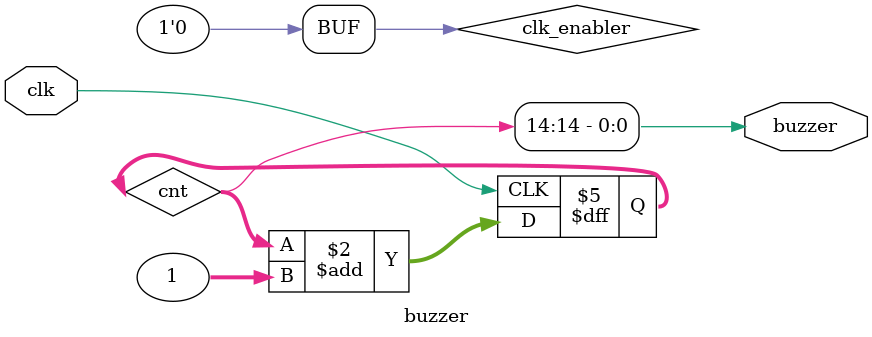
<source format=sv>
	module buzzer (
	input wire clk, 
	output wire buzzer
	);
    
	reg [31:0] cnt;
	reg clk_enabler = 0;
    
initial begin
cnt <= 32'h00000000;
end

always @(posedge clk) 
  begin
    cnt <= cnt + 1;
  end

assign buzzer = cnt[14];
endmodule

</source>
